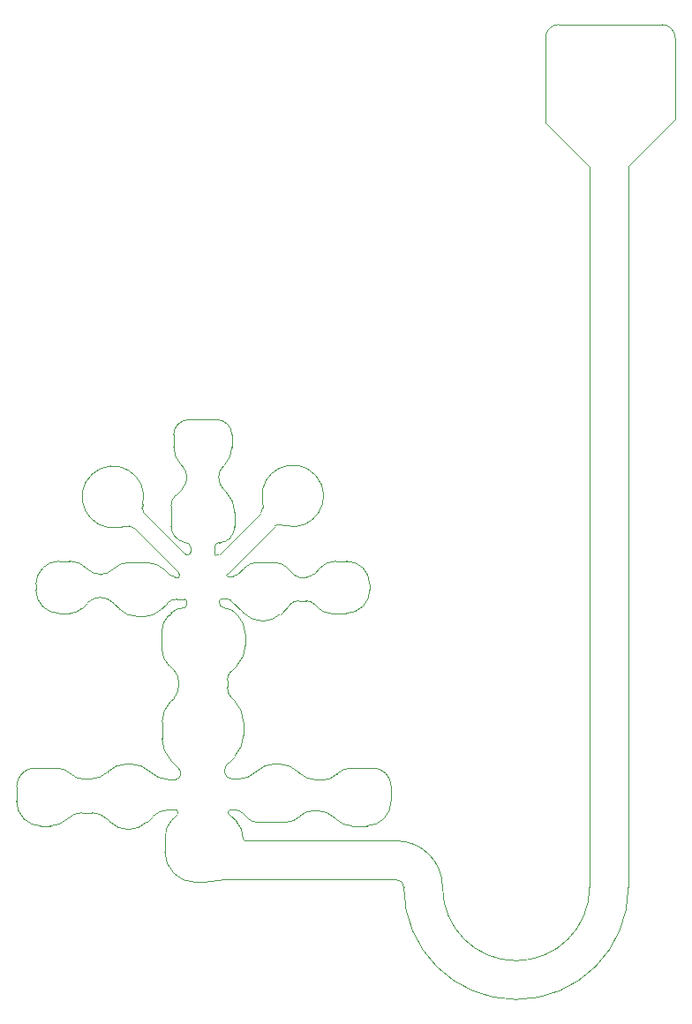
<source format=gbr>
%TF.GenerationSoftware,Altium Limited,Altium Designer,21.6.4 (81)*%
G04 Layer_Color=0*
%FSLAX26Y26*%
%MOIN*%
%TF.SameCoordinates,9211681A-A755-4052-9ADE-E47D4287157B*%
%TF.FilePolarity,Positive*%
%TF.FileFunction,Profile,NP*%
%TF.Part,Single*%
G01*
G75*
%TA.AperFunction,Profile*%
%ADD46C,0.001000*%
D46*
X-674803Y254724D02*
G03*
X-612072Y228740I62731J62731D01*
G01*
X-576376D01*
D02*
G03*
X-509842Y256299I0J94092D01*
G01*
D02*
G02*
X-456616Y278346I53227J-53227D01*
G01*
X-419685D01*
D02*
G02*
X-360541Y253848I0J-83642D01*
G01*
X-350606Y243913D01*
D02*
G03*
X-280709Y214961I69897J69897D01*
G01*
D02*
G03*
X-210139Y244191I0J99800D01*
G01*
X-190551Y263779D01*
D02*
G02*
X-128770Y289370I61781J-61781D01*
G01*
X-100394D01*
D02*
G02*
X-92520Y281496I0J-7874D01*
G01*
D02*
G02*
X-95860Y273431I-11406J0D01*
G01*
X-112598Y256693D01*
D02*
G03*
X-142913Y183506I73187J-73187D01*
G01*
Y128740D01*
D02*
G03*
X-111456Y52794I107404J0D01*
G01*
X-105118Y46457D01*
D02*
G03*
X-33832Y16929I71286J71286D01*
G01*
X1181D01*
X84646Y25591D01*
X731496D01*
D02*
G02*
X759173Y-2087I0J-27677D01*
G01*
Y-2835D01*
D02*
G03*
X1607205Y-2835I424016J0D01*
G01*
X1607205Y2721772D01*
X1783858Y2898425D01*
Y3204331D01*
D02*
G03*
X1733858Y3254331I-50000J0D01*
G01*
X1344094D01*
D02*
G03*
X1294094Y3204331I0J-50000D01*
G01*
Y2884252D01*
X1460630Y2717716D01*
X1460629Y-2835D01*
X1460748D01*
D02*
G02*
X905630Y-2835I-277559J0D01*
G01*
D02*
G03*
X730354Y172441I-175276J0D01*
G01*
X162598D01*
D02*
G02*
X151969Y183071I0J10630D01*
G01*
D02*
G03*
X126078Y245575I-88394J-0D01*
G01*
X96600Y275053D01*
D02*
G02*
X94094Y281102I6049J6049D01*
G01*
D02*
G02*
X102362Y289370I8268J0D01*
G01*
X119685D01*
D02*
G02*
X151945Y276007I0J-45622D01*
G01*
X172047Y255905D01*
D02*
G03*
X203413Y242913I31366J31366D01*
G01*
X315748D01*
D02*
G03*
X364811Y263236I-0J69385D01*
G01*
X367323Y265748D01*
D02*
G02*
X415797Y285827I48474J-48475D01*
G01*
X433858D01*
D02*
G02*
X497707Y259380I0J-90295D01*
G01*
X503543Y253543D01*
D02*
G03*
X563423Y228740I59880J59880D01*
G01*
X619783D01*
D02*
G03*
X683465Y255118I0J90060D01*
G01*
D02*
G03*
X711417Y322602I-67484J67484D01*
G01*
Y377741D01*
D02*
G03*
X690945Y427165I-69897J0D01*
G01*
D02*
G03*
X642471Y447244I-48474J-48474D01*
G01*
X561024D01*
D02*
G03*
X505912Y424416I-0J-77939D01*
G01*
X504331Y422835D01*
D02*
G02*
X454906Y402362I-49425J49425D01*
G01*
X428346D01*
D02*
G02*
X364498Y428809I0J90295D01*
G01*
X362205Y431102D01*
D02*
G03*
X285216Y462992I-76989J-76989D01*
G01*
X274137D01*
D02*
G03*
X200000Y432284I-0J-104845D01*
G01*
D02*
G02*
X136318Y405906I-63682J63682D01*
G01*
X109055D01*
D02*
G02*
X81890Y433071I0J27165D01*
G01*
D02*
G02*
X96088Y467347I48474J-0D01*
G01*
X120866Y492126D01*
D02*
G03*
X153150Y570065I-77939J77939D01*
G01*
Y622047D01*
D02*
G03*
X121135Y699337I-109304J0D01*
G01*
X109843Y710630D01*
D02*
G02*
X92520Y752451I41821J41821D01*
G01*
Y778740D01*
D02*
G02*
X106718Y813017I48474J-0D01*
G01*
X129921Y836221D01*
D02*
G03*
X160236Y909407I-73187J73187D01*
G01*
Y954331D01*
D02*
G03*
X131562Y1023556I-97899J0D01*
G01*
X118155Y1036964D01*
D02*
G03*
X88583Y1049213I-29572J-29572D01*
G01*
D02*
G02*
X69764Y1057007I0J26613D01*
G01*
X66929Y1059842D01*
D02*
G02*
X62205Y1071248I11406J11406D01*
G01*
Y1078740D01*
D02*
G02*
X70079Y1086614I7874J0D01*
G01*
X92126D01*
D02*
G02*
X104896Y1081325I0J-18059D01*
G01*
X153351Y1032870D01*
D02*
G03*
X227953Y1001968I74602J74602D01*
G01*
D02*
G03*
X292473Y1028694I0J91246D01*
G01*
X328346Y1064567D01*
D02*
G02*
X362564Y1078740I34217J-34217D01*
G01*
X390551D01*
D02*
G02*
X420795Y1066213I0J-42771D01*
G01*
X435827Y1051181D01*
D02*
G03*
X484301Y1031102I48474J48474D01*
G01*
X541043D01*
D02*
G03*
X604724Y1057480I0J90060D01*
G01*
D02*
G03*
X630315Y1119261I-61781J61781D01*
G01*
Y1140975D01*
D02*
G03*
X604724Y1202756I-87371J0D01*
G01*
D02*
G03*
X542943Y1228347I-61781J-61781D01*
G01*
X503543D01*
D02*
G03*
X442383Y1203013I-0J-86493D01*
G01*
X420079Y1180709D01*
D02*
G02*
X390614Y1168504I-29465J29465D01*
G01*
X362992D01*
D02*
G02*
X347534Y1174907I0J21861D01*
G01*
X318504Y1203937D01*
D02*
G03*
X271930Y1223228I-46574J-46574D01*
G01*
X205004D01*
D02*
G03*
X157480Y1203543I-0J-67209D01*
G01*
X126772Y1175984D01*
D02*
G02*
X114556Y1170924I-12216J12216D01*
G01*
X94824D01*
D02*
G02*
X90551Y1175197I0J4272D01*
G01*
D02*
G02*
X93057Y1181246I8554J-0D01*
G01*
X274016Y1362205D01*
D02*
G02*
X286372Y1367323I12356J-12356D01*
G01*
X290551D01*
X306468Y1363536D01*
D02*
G03*
X225361Y1454783I33296J111267D01*
G01*
X227165Y1430315D01*
D02*
G02*
X219370Y1411496I-26613J-0D01*
G01*
X62770Y1254896D01*
D02*
G02*
X50000Y1249606I-12770J12769D01*
G01*
D02*
G02*
X44882Y1254724I0J5118D01*
G01*
Y1281496D01*
D02*
G02*
X61811Y1298425I16929J0D01*
G01*
X63779D01*
D02*
G03*
X101417Y1314015I-0J53227D01*
G01*
X101969Y1314567D01*
D02*
G03*
X120079Y1358289I-43722J43722D01*
G01*
Y1412598D01*
D02*
G03*
X88064Y1489889I-109305J0D01*
G01*
X78216Y1499737D01*
D02*
G02*
X59843Y1544094I44358J44358D01*
G01*
D02*
G02*
X77938Y1587780I61781J-0D01*
G01*
X82283Y1592126D01*
D02*
G03*
X109843Y1658660I-66534J66534D01*
G01*
Y1705749D01*
D02*
G03*
X93307Y1745669I-56455J0D01*
G01*
D02*
G03*
X52437Y1762598I-40870J-40870D01*
G01*
X-52437D01*
D02*
G03*
X-93307Y1745669I-0J-57800D01*
G01*
D02*
G03*
X-109843Y1705749I39920J-39920D01*
G01*
Y1659449D01*
D02*
G03*
X-81725Y1591568I95998J0D01*
G01*
X-77381Y1587223D01*
D02*
G02*
X-59843Y1544882I-42341J-42342D01*
G01*
D02*
G02*
X-77103Y1503212I-58929J-0D01*
G01*
X-102756Y1477559D01*
D02*
G03*
X-119770Y1436483I41076J-41076D01*
G01*
Y1361248D01*
D02*
G03*
X-67717Y1299213I62992J-0D01*
G01*
X-65748D01*
D02*
G02*
X-44882Y1278346I0J-20866D01*
G01*
Y1265354D01*
D02*
G02*
X-57874Y1252362I-12992J0D01*
G01*
X-59449D01*
D02*
G02*
X-66842Y1255425I-0J10455D01*
G01*
X-222405Y1410987D01*
D02*
G02*
X-229921Y1429134I18146J18146D01*
G01*
X-227017Y1442871D01*
D02*
G03*
X-320534Y1356662I-112629J28350D01*
G01*
X-293701Y1361024D01*
X-278346D01*
D02*
G02*
X-258951Y1352990I0J-27429D01*
G01*
X-92258Y1186297D01*
D02*
G02*
X-87008Y1173622I-12675J-12675D01*
G01*
D02*
G02*
X-92126Y1168504I-5118J0D01*
G01*
X-105118D01*
D02*
G02*
X-124609Y1176577I-0J27564D01*
G01*
X-142126Y1194094D01*
D02*
G03*
X-212462Y1223228I-70335J-70335D01*
G01*
X-278472D01*
D02*
G03*
X-337402Y1198819I-0J-83339D01*
G01*
D02*
G02*
X-385876Y1178740I-48474J48474D01*
G01*
X-387008D01*
D02*
G02*
X-436070Y1199063I0J69385D01*
G01*
X-438583Y1201575D01*
D02*
G03*
X-504166Y1228740I-65583J-65583D01*
G01*
X-542913D01*
D02*
G03*
X-603401Y1203685I-0J-85542D01*
G01*
X-605118Y1201968D01*
D02*
G03*
X-630315Y1141138I60831J-60831D01*
G01*
Y1119685D01*
D02*
G03*
X-604425Y1057181I88394J0D01*
G01*
X-603937Y1056693D01*
D02*
G03*
X-542156Y1031102I61781J61781D01*
G01*
X-501969D01*
D02*
G03*
X-456938Y1049755I-0J63682D01*
G01*
X-434841Y1071851D01*
D02*
G02*
X-387795Y1091339I47046J-47046D01*
G01*
D02*
G02*
X-338061Y1070738I0J-70335D01*
G01*
X-313780Y1046457D01*
D02*
G03*
X-249147Y1019685I64633J64633D01*
G01*
X-217717D01*
D02*
G03*
X-161933Y1042791I-0J78890D01*
G01*
X-135827Y1068898D01*
D02*
G02*
X-97808Y1084646I38019J-38019D01*
G01*
X-67323D01*
D02*
G02*
X-61811Y1079134I0J-5512D01*
G01*
Y1062599D01*
D02*
G02*
X-72835Y1051575I-11024J0D01*
G01*
D02*
G03*
X-119881Y1032088I-0J-66533D01*
G01*
X-131102Y1020866D01*
D02*
G03*
X-154331Y964788I56078J-56078D01*
G01*
Y895276D01*
D02*
G03*
X-129833Y836132I83642J0D01*
G01*
X-107087Y813386D01*
D02*
G02*
X-91339Y775367I-38019J-38019D01*
G01*
Y755118D01*
D02*
G02*
X-109712Y710760I-62731J-0D01*
G01*
X-121260Y699213D01*
D02*
G03*
X-153937Y620323I78889J-78889D01*
G01*
Y558268D01*
D02*
G03*
X-119417Y474929I117859J0D01*
G01*
X-93307Y448819D01*
D02*
G02*
X-83071Y424106I-24712J-24712D01*
G01*
D02*
G02*
X-102847Y404331I-19776J0D01*
G01*
X-132218D01*
D02*
G02*
X-196850Y431102I0J91404D01*
G01*
D02*
G03*
X-272889Y462598I-76038J-76038D01*
G01*
X-287008D01*
D02*
G03*
X-358921Y432811I-0J-101701D01*
G01*
X-360236Y431496D01*
D02*
G02*
X-422017Y405906I-61781J61781D01*
G01*
X-453685D01*
D02*
G02*
X-496457Y423622I0J60488D01*
G01*
D02*
G03*
X-553485Y447244I-57029J-57029D01*
G01*
X-634646D01*
D02*
G03*
X-681692Y427757I-0J-66533D01*
G01*
X-683580Y425869D01*
D02*
G03*
X-703150Y378624I47245J-47245D01*
G01*
Y322047D01*
D02*
G03*
X-675589Y255510I94097J0D01*
G01*
X-674803Y254724D01*
%TF.MD5,2734d00576fa42661959734b59a247a5*%
M02*

</source>
